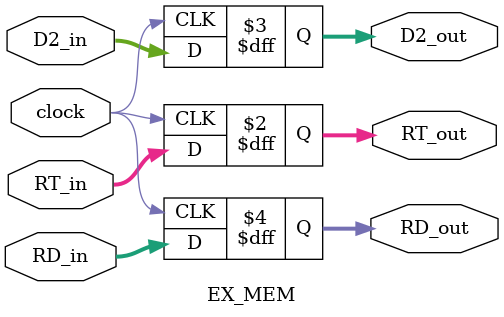
<source format=v>

module EX_MEM(
	input wire clock,
	input wire [31:0] RT_in,
	input wire [31:0] D2_in,
	input wire [4:0]  RD_in,
	
	output reg [31:0] RT_out,
	output reg [31:0] D2_out,
	output reg [4:0]  RD_out);

	always @(posedge clock) begin
		RT_out <= RT_in;
		D2_out <= D2_in;
		RD_out <= RD_in;
	end
endmodule

</source>
